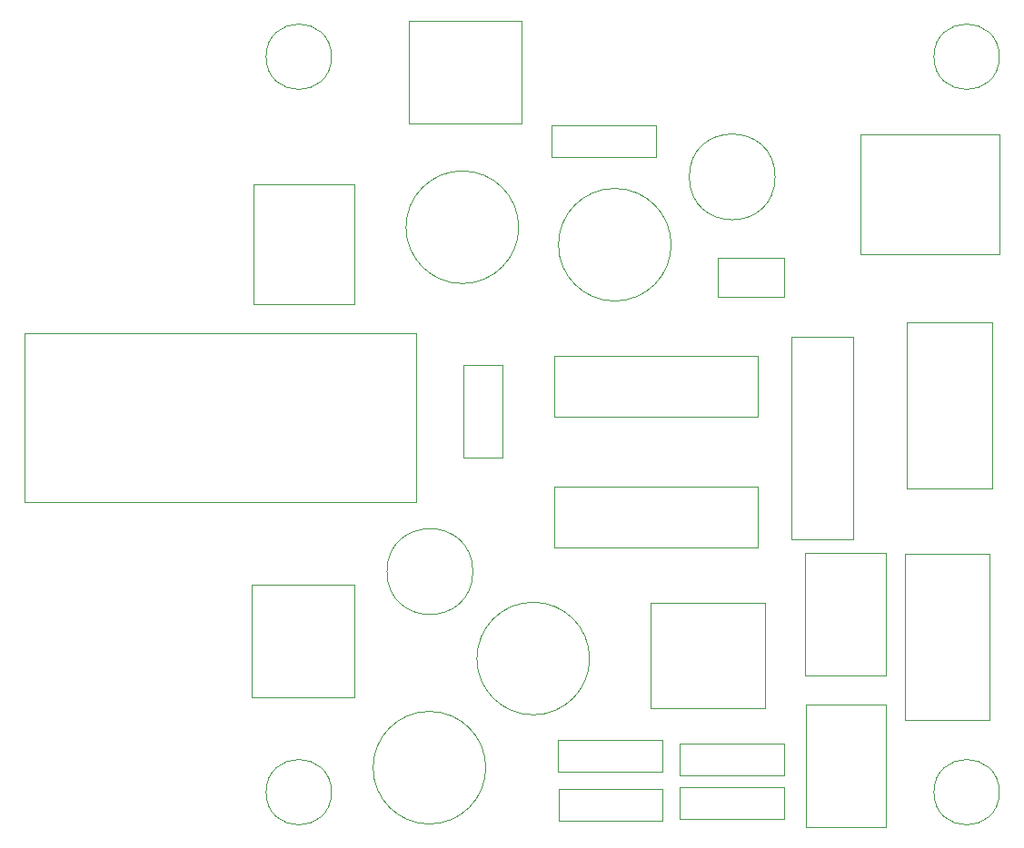
<source format=gbr>
G04 #@! TF.GenerationSoftware,KiCad,Pcbnew,5.0.2-bee76a0~70~ubuntu18.04.1*
G04 #@! TF.CreationDate,2019-02-20T20:23:57+00:00*
G04 #@! TF.ProjectId,lm2596_cc_vc,6c6d3235-3936-45f6-9363-5f76632e6b69,rev?*
G04 #@! TF.SameCoordinates,Original*
G04 #@! TF.FileFunction,Other,User*
%FSLAX46Y46*%
G04 Gerber Fmt 4.6, Leading zero omitted, Abs format (unit mm)*
G04 Created by KiCad (PCBNEW 5.0.2-bee76a0~70~ubuntu18.04.1) date Wed 20 Feb 2019 20:23:57 GMT*
%MOMM*%
%LPD*%
G01*
G04 APERTURE LIST*
%ADD10C,0.050000*%
G04 APERTURE END LIST*
D10*
G04 #@! TO.C,R7*
X96707000Y-118623000D02*
X96707000Y-130123000D01*
X104207000Y-118623000D02*
X96707000Y-118623000D01*
X104207000Y-130123000D02*
X104207000Y-118623000D01*
X96707000Y-130123000D02*
X104207000Y-130123000D01*
G04 #@! TO.C,R3*
X104270500Y-144267000D02*
X104270500Y-132767000D01*
X96770500Y-144267000D02*
X104270500Y-144267000D01*
X96770500Y-132767000D02*
X96770500Y-144267000D01*
X104270500Y-132767000D02*
X96770500Y-132767000D01*
G04 #@! TO.C,U3*
X82270000Y-133129200D02*
X92970000Y-133129200D01*
X92970000Y-133129200D02*
X92970000Y-123329200D01*
X92970000Y-123329200D02*
X82270000Y-123329200D01*
X82270000Y-123329200D02*
X82270000Y-133129200D01*
G04 #@! TO.C,REF\002A\002A*
X52580000Y-140970000D02*
G75*
G03X52580000Y-140970000I-3050000J0D01*
G01*
X114810000Y-140970000D02*
G75*
G03X114810000Y-140970000I-3050000J0D01*
G01*
X114810000Y-72390000D02*
G75*
G03X114810000Y-72390000I-3050000J0D01*
G01*
G04 #@! TO.C,J1*
X45290400Y-84326000D02*
X45290400Y-95496000D01*
X54740400Y-84326000D02*
X45290400Y-84326000D01*
X54740400Y-95496000D02*
X54740400Y-84326000D01*
X45290400Y-95496000D02*
X54740400Y-95496000D01*
G04 #@! TO.C,J5*
X114826400Y-79625600D02*
X114826400Y-90815600D01*
X114826400Y-79625600D02*
X101886400Y-79625600D01*
X101886400Y-90815600D02*
X114826400Y-90815600D01*
X101886400Y-90815600D02*
X101886400Y-79625600D01*
G04 #@! TO.C,C1*
X66952000Y-138684000D02*
G75*
G03X66952000Y-138684000I-5250000J0D01*
G01*
G04 #@! TO.C,C2*
X70020000Y-88285000D02*
G75*
G03X70020000Y-88285000I-5250000J0D01*
G01*
G04 #@! TO.C,C3*
X76624000Y-128504000D02*
G75*
G03X76624000Y-128504000I-5250000J0D01*
G01*
G04 #@! TO.C,C4*
X84224000Y-89916000D02*
G75*
G03X84224000Y-89916000I-5250000J0D01*
G01*
G04 #@! TO.C,D1*
X73334000Y-112466000D02*
X73334000Y-118166000D01*
X73334000Y-118166000D02*
X92274000Y-118166000D01*
X92274000Y-118166000D02*
X92274000Y-112466000D01*
X92274000Y-112466000D02*
X73334000Y-112466000D01*
G04 #@! TO.C,D2*
X101148000Y-98480000D02*
X95448000Y-98480000D01*
X95448000Y-98480000D02*
X95448000Y-117420000D01*
X95448000Y-117420000D02*
X101148000Y-117420000D01*
X101148000Y-117420000D02*
X101148000Y-98480000D01*
G04 #@! TO.C,D3*
X92274000Y-100274000D02*
X73334000Y-100274000D01*
X92274000Y-105974000D02*
X92274000Y-100274000D01*
X73334000Y-105974000D02*
X92274000Y-105974000D01*
X73334000Y-100274000D02*
X73334000Y-105974000D01*
G04 #@! TO.C,J2*
X60485000Y-113895000D02*
X60485000Y-98195000D01*
X60485000Y-113895000D02*
X23985000Y-113895000D01*
X23985000Y-98195000D02*
X23985000Y-113895000D01*
X60485000Y-98195000D02*
X23985000Y-98195000D01*
G04 #@! TO.C,J3*
X68475000Y-109750000D02*
X68475000Y-101100000D01*
X68475000Y-101100000D02*
X64875000Y-101100000D01*
X64875000Y-101100000D02*
X64875000Y-109750000D01*
X64875000Y-109750000D02*
X68475000Y-109750000D01*
G04 #@! TO.C,J4*
X94764000Y-94764000D02*
X94764000Y-91164000D01*
X88614000Y-94764000D02*
X94764000Y-94764000D01*
X88614000Y-91164000D02*
X88614000Y-94764000D01*
X94764000Y-91164000D02*
X88614000Y-91164000D01*
G04 #@! TO.C,L1*
X65750000Y-120396000D02*
G75*
G03X65750000Y-120396000I-4000000J0D01*
G01*
G04 #@! TO.C,L2*
X93916000Y-83594000D02*
G75*
G03X93916000Y-83594000I-4000000J0D01*
G01*
G04 #@! TO.C,R1*
X85056000Y-136422000D02*
X85056000Y-139422000D01*
X85056000Y-139422000D02*
X94776000Y-139422000D01*
X94776000Y-139422000D02*
X94776000Y-136422000D01*
X94776000Y-136422000D02*
X85056000Y-136422000D01*
G04 #@! TO.C,R2*
X85056000Y-143486000D02*
X94776000Y-143486000D01*
X85056000Y-140486000D02*
X85056000Y-143486000D01*
X94776000Y-140486000D02*
X85056000Y-140486000D01*
X94776000Y-143486000D02*
X94776000Y-140486000D01*
G04 #@! TO.C,R4*
X73118000Y-78764000D02*
X73118000Y-81764000D01*
X73118000Y-81764000D02*
X82838000Y-81764000D01*
X82838000Y-81764000D02*
X82838000Y-78764000D01*
X82838000Y-78764000D02*
X73118000Y-78764000D01*
G04 #@! TO.C,R5*
X73727600Y-143638400D02*
X83447600Y-143638400D01*
X73727600Y-140638400D02*
X73727600Y-143638400D01*
X83447600Y-140638400D02*
X73727600Y-140638400D01*
X83447600Y-143638400D02*
X83447600Y-140638400D01*
G04 #@! TO.C,R6*
X73676800Y-136066400D02*
X73676800Y-139066400D01*
X73676800Y-139066400D02*
X83396800Y-139066400D01*
X83396800Y-139066400D02*
X83396800Y-136066400D01*
X83396800Y-136066400D02*
X73676800Y-136066400D01*
G04 #@! TO.C,RV1*
X106021200Y-134220400D02*
X113921200Y-134220400D01*
X106021200Y-118720400D02*
X106021200Y-134220400D01*
X113921200Y-118720400D02*
X106021200Y-118720400D01*
X113921200Y-134220400D02*
X113921200Y-118720400D01*
G04 #@! TO.C,RV2*
X114124400Y-112630400D02*
X114124400Y-97130400D01*
X114124400Y-97130400D02*
X106224400Y-97130400D01*
X106224400Y-97130400D02*
X106224400Y-112630400D01*
X106224400Y-112630400D02*
X114124400Y-112630400D01*
G04 #@! TO.C,U1*
X45144000Y-132152000D02*
X54744000Y-132152000D01*
X54744000Y-132152000D02*
X54744000Y-121652000D01*
X54744000Y-121652000D02*
X45144000Y-121652000D01*
X45144000Y-121652000D02*
X45144000Y-132152000D01*
G04 #@! TO.C,U2*
X70245000Y-69020000D02*
X59745000Y-69020000D01*
X70245000Y-78620000D02*
X70245000Y-69020000D01*
X59745000Y-78620000D02*
X70245000Y-78620000D01*
X59745000Y-69020000D02*
X59745000Y-78620000D01*
G04 #@! TO.C,REF\002A\002A*
X52580000Y-72390000D02*
G75*
G03X52580000Y-72390000I-3050000J0D01*
G01*
G04 #@! TD*
M02*

</source>
